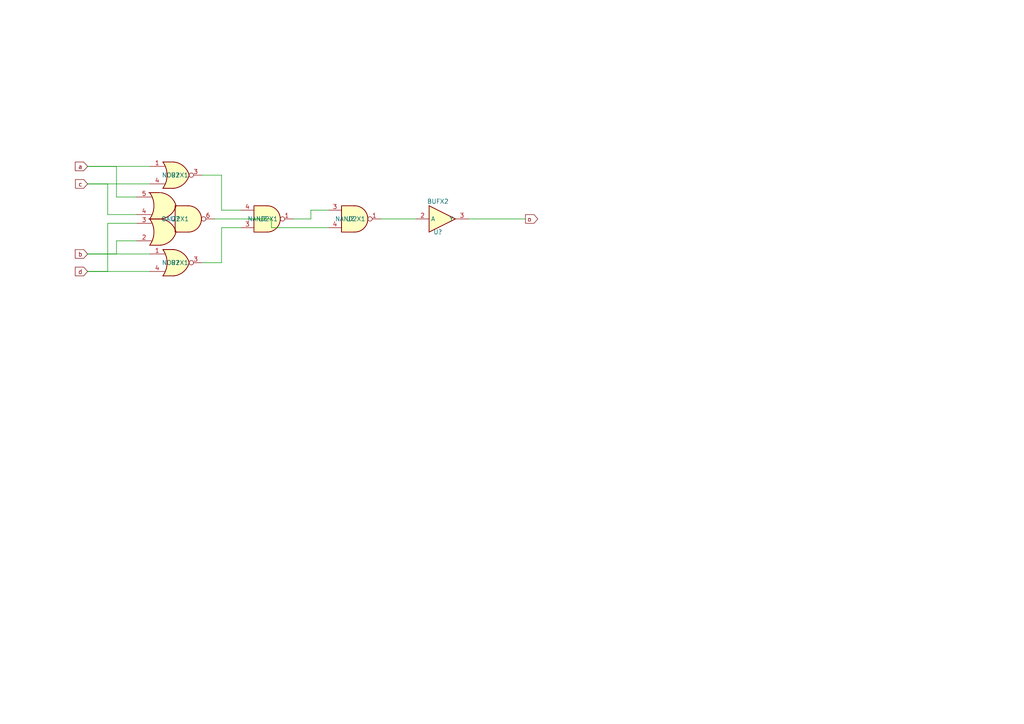
<source format=kicad_sch>
(kicad_sch (version 20200714) (host "asg" "0.1.0")
  (page 1 1)
  (paper "A4")
  (lib_symbols
    (symbol "test:NAND2X1"
      (property "Reference" "U" (at 0 0 0))
      (property "Value" "NAND2X1" (at 0 0 0))
      (symbol "NAND2X1_1_1"
        (arc (start 1.27 -3.81) (end 1.27 3.81) (radius (at 1.27 0) (length 3.81) (angles -89.9 89.9)) (stroke (width 0.254)) (fill (type background)))
        (polyline (pts (xy 1.27 3.81) (xy -2.54 3.81) (xy -2.54 -3.81) (xy 1.27 -3.81)) (stroke (width 0.254)) (fill (type background)))
        (pin input line (at -6.35 2.54 0) (length 3.81) (name "~") (number "3"))
        (pin input line (at -6.35 -2.54 0) (length 3.81) (name "~") (number "4"))
        (pin output inverted (at 8.89 0 180) (length 3.81) (name "~") (number "1"))
      )
    )
    (symbol "test:NOR2X1"
      (property "Reference" "U" (at 0 0 0))
      (property "Value" "NOR2X1" (at 0 0 0))
      (symbol "NOR2X1_1_1"
        (arc (start -3.556 3.81) (end -3.556 -3.81) (radius (at -8.89 0) (length 6.5532) (angles 35.4 -35.4)) (stroke (width 0.254)))
        (arc (start 4.064 0) (end -0.3556 3.81) (radius (at -0.9398 -1.3208) (length 5.1816) (angles 15 83.7)) (stroke (width 0.254)) (fill (type background)))
        (arc (start 4.064 0) (end -0.3556 -3.81) (radius (at -0.9398 1.3208) (length 5.1816) (angles -15 -83.7)) (stroke (width 0.254)) (fill (type background)))
        (polyline (pts (xy -3.556 -3.81) (xy -0.381 -3.81)) (stroke (width 0.254)) (fill (type background)))
        (polyline (pts (xy -3.556 3.81) (xy -0.381 3.81)) (stroke (width 0.254)) (fill (type background)))
        (polyline (pts (xy -0.381 3.81) (xy -3.556 3.81) (xy -3.556 3.81) (xy -3.302 3.4036) (xy -2.7686 2.2606) (xy -2.4384 1.0414) (xy -2.3622 -0.254) (xy -2.5146 -1.4986) (xy -2.921 -2.7178) (xy -3.556 -3.81) (xy -3.556 -3.81) (xy -0.381 -3.81)) (stroke (width -25.4)) (fill (type background)))
        (pin input line (at -7.366 2.54 0) (length 4.318) (name "~") (number "1"))
        (pin input line (at -7.366 -2.54 0) (length 4.318) (name "~") (number "4"))
        (pin output inverted (at 7.874 0 180) (length 3.81) (name "~") (number "3"))
      )
    )
    (symbol "test:OAI22X1"
      (property "Reference" "U" (at 0 0 0))
      (property "Value" "OAI22X1" (at 0 0 0))
      (symbol "OAI22X1_1_1"
        (arc (start 3.81 -3.81) (end 3.81 3.81) (radius (at 3.81 0) (length 3.81) (angles -89.9 89.9)) (stroke (width 0.254)) (fill (type background)))
        (arc (start -7.366 7.62) (end -7.366 0) (radius (at -12.7 3.81) (length 6.5532) (angles 35.4 -35.4)) (stroke (width 0.254)))
        (arc (start 0.254 3.81) (end -4.1656 7.62) (radius (at -4.7498 2.4892) (length 5.1816) (angles 15 83.7)) (stroke (width 0.254)) (fill (type background)))
        (arc (start 0.254 3.81) (end -4.1656 0) (radius (at -4.7498 5.1308) (length 5.1816) (angles -15 -83.7)) (stroke (width 0.254)) (fill (type background)))
        (arc (start -7.366 0) (end -7.366 -7.62) (radius (at -12.7 -3.81) (length 6.5532) (angles 35.4 -35.4)) (stroke (width 0.254)))
        (arc (start 0.254 -3.81) (end -4.1656 0) (radius (at -4.7498 -5.1308) (length 5.1816) (angles 15 83.7)) (stroke (width 0.254)) (fill (type background)))
        (arc (start 0.254 -3.81) (end -4.1656 -7.62) (radius (at -4.7498 -2.4892) (length 5.1816) (angles -15 -83.7)) (stroke (width 0.254)) (fill (type background)))
        (polyline (pts (xy 3.81 3.81) (xy 0 3.81) (xy 0 -3.81) (xy 3.81 -3.81)) (stroke (width 0.254)) (fill (type background)))
        (polyline (pts (xy -7.366 7.62) (xy -4.191 7.62)) (stroke (width 0.254)) (fill (type background)))
        (polyline (pts (xy -4.191 7.62) (xy -7.366 7.62) (xy -7.366 7.62) (xy -7.112 7.2136) (xy -6.5786 6.0706) (xy -6.2484 4.8514) (xy -6.1722 3.556) (xy -6.3246 2.3114) (xy -6.731 1.0922) (xy -7.366 0) (xy -7.366 0) (xy -4.191 0)) (stroke (width -25.4)) (fill (type background)))
        (polyline (pts (xy -7.62 0) (xy -4.445 0)) (stroke (width 0.254)) (fill (type background)))
        (polyline (pts (xy -7.366 0) (xy -4.191 0)) (stroke (width 0.254)) (fill (type background)))
        (polyline (pts (xy -4.191 0) (xy -7.366 0) (xy -7.366 0) (xy -7.112 -0.4064) (xy -6.5786 -1.5494) (xy -6.2484 -2.7686) (xy -6.1722 -4.064) (xy -6.3246 -5.3086) (xy -6.731 -6.5278) (xy -7.366 -7.62) (xy -7.366 -7.62) (xy -4.191 -7.62)) (stroke (width -25.4)) (fill (type background)))
        (polyline (pts (xy -7.62 -7.62) (xy -4.445 -7.62)) (stroke (width 0.254)) (fill (type background)))
        (pin output inverted (at 11.43 0 180) (length 3.81) (name "~") (number "6"))
        (pin input line (at -11.176 6.35 0) (length 4.318) (name "~") (number "2"))
        (pin input line (at -11.176 1.27 0) (length 4.318) (name "~") (number "3"))
        (pin input line (at -11.176 -1.27 0) (length 4.318) (name "~") (number "4"))
        (pin input line (at -11.176 -6.35 0) (length 4.318) (name "~") (number "5"))
      )
    )
    (symbol "test:BUFX2"
      (property "Reference" "U" (at 0 3.81 0))
      (property "Value" "BUFX2" (at 0 -5.08 0))
      (symbol "BUFX2_1_0"
        (polyline (pts (xy -2.54 3.81) (xy -2.54 -3.81) (xy 5.08 0) (xy -2.54 3.81)) (stroke (width 0.254)) (fill (type background)))
        (pin input line (at -6.35 0 0) (length 3.81) (name "A") (number "2"))
        (pin output line (at 8.89 0 180) (length 3.81) (name "Y") (number "3"))
      )
    )
  )
  (symbol (lib_id "test:NOR2X1") (at 50.8 50.8 0) (unit 1)
    (property "Reference" "U?" (at 50.8 50.8 0))
    (property "Value" "NOR2X1" (at 50.8 50.8 0))
  )
  (symbol (lib_id "test:BUFX2") (at 127.0 63.49999999999999 0) (unit 1)
    (property "Reference" "U?" (at 127.0 67.30999999999999 0))
    (property "Value" "BUFX2" (at 127.0 58.419999999999995 0))
  )
  (symbol (lib_id "test:NAND2X1") (at 101.6 63.49999999999999 0) (unit 1)
    (property "Reference" "U?" (at 101.6 63.49999999999999 0))
    (property "Value" "NAND2X1" (at 101.6 63.49999999999999 0))
  )
  (symbol (lib_id "test:NOR2X1") (at 50.8 76.19999999999999 0) (unit 1)
    (property "Reference" "U?" (at 50.8 76.19999999999999 0))
    (property "Value" "NOR2X1" (at 50.8 76.19999999999999 0))
  )
  (symbol (lib_id "test:NAND2X1") (at 76.19999999999999 63.49999999999999 0) (mirror x) (unit 1)
    (property "Reference" "U?" (at 76.19999999999999 63.49999999999999 0))
    (property "Value" "NAND2X1" (at 76.19999999999999 63.49999999999999 0))
  )
  (symbol (lib_id "test:OAI22X1") (at 50.8 63.49999999999999 0) (mirror x) (unit 1)
    (property "Reference" "U?" (at 50.8 63.49999999999999 0))
    (property "Value" "OAI22X1" (at 50.8 63.49999999999999 0))
  )
  (global_label "a" (shape input) (at 25.4 48.26 180))
  (global_label "b" (shape input) (at 25.4 73.65999999999998 180))
  (global_label "c" (shape input) (at 25.4 53.339999999999996 180))
  (global_label "d" (shape input) (at 25.4 78.74 180))
  (global_label "o" (shape output) (at 152.4 63.49999999999999 0))
  (wire (pts (xy 25.4 48.26) (xy 43.434 48.26)))
  (wire (pts (xy 25.4 48.26) (xy 33.782000000000004 48.26)))
  (wire (pts (xy 33.782000000000004 48.26) (xy 33.782000000000004 57.14999999999999)))
  (wire (pts (xy 33.782000000000004 57.14999999999999) (xy 39.623999999999995 57.14999999999999)))
  (wire (pts (xy 58.674 50.8) (xy 64.262 50.8)))
  (wire (pts (xy 64.262 50.8) (xy 64.262 60.959999999999994)))
  (wire (pts (xy 64.262 60.959999999999994) (xy 69.85 60.959999999999994)))
  (wire (pts (xy 25.4 53.339999999999996) (xy 43.434 53.339999999999996)))
  (wire (pts (xy 25.4 53.339999999999996) (xy 31.242 53.339999999999996)))
  (wire (pts (xy 31.242 53.339999999999996) (xy 31.242 62.22999999999999)))
  (wire (pts (xy 31.242 62.22999999999999) (xy 39.623999999999995 62.22999999999999)))
  (wire (pts (xy 110.49 63.49999999999999) (xy 120.65 63.49999999999999)))
  (wire (pts (xy 135.89 63.49999999999999) (xy 152.4 63.49999999999999)))
  (wire (pts (xy 62.23 63.49999999999999) (xy 78.74 63.49999999999999)))
  (wire (pts (xy 78.74 63.49999999999999) (xy 78.74 66.03999999999999)))
  (wire (pts (xy 78.74 66.03999999999999) (xy 95.25 66.03999999999999)))
  (wire (pts (xy 85.08999999999999 63.49999999999999) (xy 90.16999999999999 63.49999999999999)))
  (wire (pts (xy 90.16999999999999 63.49999999999999) (xy 90.16999999999999 60.959999999999994)))
  (wire (pts (xy 90.16999999999999 60.959999999999994) (xy 95.25 60.959999999999994)))
  (wire (pts (xy 25.4 73.65999999999998) (xy 43.434 73.65999999999998)))
  (wire (pts (xy 25.4 73.65999999999998) (xy 33.782000000000004 73.65999999999998)))
  (wire (pts (xy 33.782000000000004 73.65999999999998) (xy 33.782000000000004 69.85)))
  (wire (pts (xy 33.782000000000004 69.85) (xy 39.623999999999995 69.85)))
  (wire (pts (xy 58.674 76.19999999999999) (xy 64.262 76.19999999999999)))
  (wire (pts (xy 64.262 76.19999999999999) (xy 64.262 66.03999999999999)))
  (wire (pts (xy 64.262 66.03999999999999) (xy 69.85 66.03999999999999)))
  (wire (pts (xy 25.4 78.74) (xy 43.434 78.74)))
  (wire (pts (xy 25.4 78.74) (xy 31.242 78.74)))
  (wire (pts (xy 31.242 78.74) (xy 31.242 64.77)))
  (wire (pts (xy 31.242 64.77) (xy 39.623999999999995 64.77)))
)
</source>
